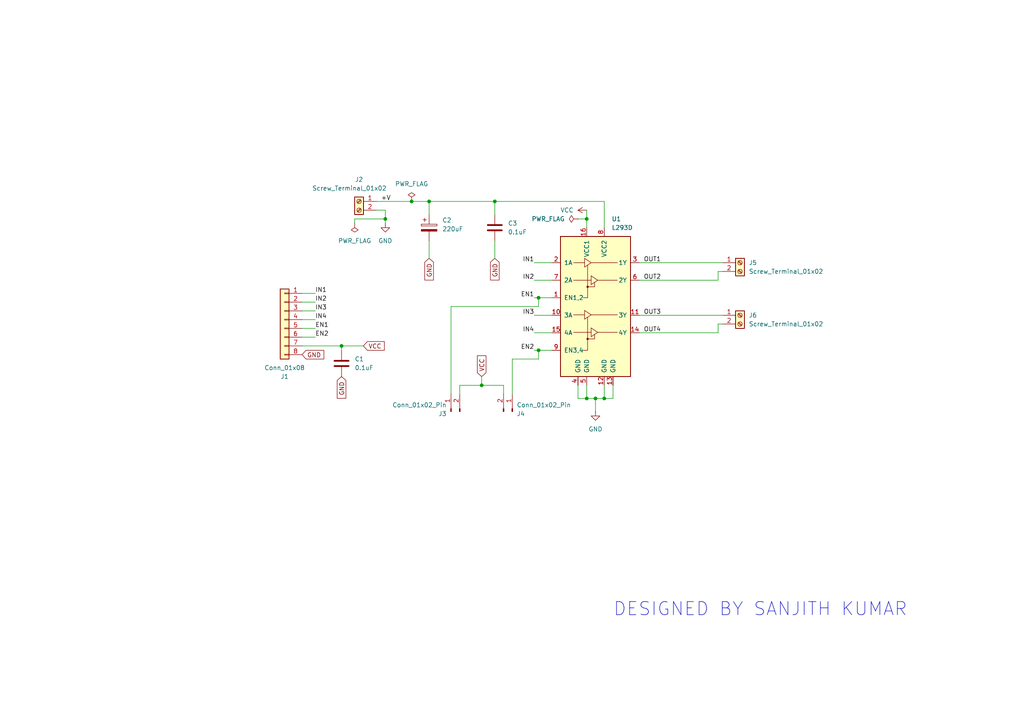
<source format=kicad_sch>
(kicad_sch
	(version 20250114)
	(generator "eeschema")
	(generator_version "9.0")
	(uuid "c596c537-74a6-4963-a82c-8c9c690a828c")
	(paper "A4")
	(title_block
		(title "L293D_MOTOR_DRIVER")
		(date "2025-10-31")
	)
	(lib_symbols
		(symbol "Connector:Conn_01x02_Pin"
			(pin_names
				(offset 1.016)
				(hide yes)
			)
			(exclude_from_sim no)
			(in_bom yes)
			(on_board yes)
			(property "Reference" "J"
				(at 0 2.54 0)
				(effects
					(font
						(size 1.27 1.27)
					)
				)
			)
			(property "Value" "Conn_01x02_Pin"
				(at 0 -5.08 0)
				(effects
					(font
						(size 1.27 1.27)
					)
				)
			)
			(property "Footprint" ""
				(at 0 0 0)
				(effects
					(font
						(size 1.27 1.27)
					)
					(hide yes)
				)
			)
			(property "Datasheet" "~"
				(at 0 0 0)
				(effects
					(font
						(size 1.27 1.27)
					)
					(hide yes)
				)
			)
			(property "Description" "Generic connector, single row, 01x02, script generated"
				(at 0 0 0)
				(effects
					(font
						(size 1.27 1.27)
					)
					(hide yes)
				)
			)
			(property "ki_locked" ""
				(at 0 0 0)
				(effects
					(font
						(size 1.27 1.27)
					)
				)
			)
			(property "ki_keywords" "connector"
				(at 0 0 0)
				(effects
					(font
						(size 1.27 1.27)
					)
					(hide yes)
				)
			)
			(property "ki_fp_filters" "Connector*:*_1x??_*"
				(at 0 0 0)
				(effects
					(font
						(size 1.27 1.27)
					)
					(hide yes)
				)
			)
			(symbol "Conn_01x02_Pin_1_1"
				(rectangle
					(start 0.8636 0.127)
					(end 0 -0.127)
					(stroke
						(width 0.1524)
						(type default)
					)
					(fill
						(type outline)
					)
				)
				(rectangle
					(start 0.8636 -2.413)
					(end 0 -2.667)
					(stroke
						(width 0.1524)
						(type default)
					)
					(fill
						(type outline)
					)
				)
				(polyline
					(pts
						(xy 1.27 0) (xy 0.8636 0)
					)
					(stroke
						(width 0.1524)
						(type default)
					)
					(fill
						(type none)
					)
				)
				(polyline
					(pts
						(xy 1.27 -2.54) (xy 0.8636 -2.54)
					)
					(stroke
						(width 0.1524)
						(type default)
					)
					(fill
						(type none)
					)
				)
				(pin passive line
					(at 5.08 0 180)
					(length 3.81)
					(name "Pin_1"
						(effects
							(font
								(size 1.27 1.27)
							)
						)
					)
					(number "1"
						(effects
							(font
								(size 1.27 1.27)
							)
						)
					)
				)
				(pin passive line
					(at 5.08 -2.54 180)
					(length 3.81)
					(name "Pin_2"
						(effects
							(font
								(size 1.27 1.27)
							)
						)
					)
					(number "2"
						(effects
							(font
								(size 1.27 1.27)
							)
						)
					)
				)
			)
			(embedded_fonts no)
		)
		(symbol "Connector:Screw_Terminal_01x02"
			(pin_names
				(offset 1.016)
				(hide yes)
			)
			(exclude_from_sim no)
			(in_bom yes)
			(on_board yes)
			(property "Reference" "J"
				(at 0 2.54 0)
				(effects
					(font
						(size 1.27 1.27)
					)
				)
			)
			(property "Value" "Screw_Terminal_01x02"
				(at 0 -5.08 0)
				(effects
					(font
						(size 1.27 1.27)
					)
				)
			)
			(property "Footprint" ""
				(at 0 0 0)
				(effects
					(font
						(size 1.27 1.27)
					)
					(hide yes)
				)
			)
			(property "Datasheet" "~"
				(at 0 0 0)
				(effects
					(font
						(size 1.27 1.27)
					)
					(hide yes)
				)
			)
			(property "Description" "Generic screw terminal, single row, 01x02, script generated (kicad-library-utils/schlib/autogen/connector/)"
				(at 0 0 0)
				(effects
					(font
						(size 1.27 1.27)
					)
					(hide yes)
				)
			)
			(property "ki_keywords" "screw terminal"
				(at 0 0 0)
				(effects
					(font
						(size 1.27 1.27)
					)
					(hide yes)
				)
			)
			(property "ki_fp_filters" "TerminalBlock*:*"
				(at 0 0 0)
				(effects
					(font
						(size 1.27 1.27)
					)
					(hide yes)
				)
			)
			(symbol "Screw_Terminal_01x02_1_1"
				(rectangle
					(start -1.27 1.27)
					(end 1.27 -3.81)
					(stroke
						(width 0.254)
						(type default)
					)
					(fill
						(type background)
					)
				)
				(polyline
					(pts
						(xy -0.5334 0.3302) (xy 0.3302 -0.508)
					)
					(stroke
						(width 0.1524)
						(type default)
					)
					(fill
						(type none)
					)
				)
				(polyline
					(pts
						(xy -0.5334 -2.2098) (xy 0.3302 -3.048)
					)
					(stroke
						(width 0.1524)
						(type default)
					)
					(fill
						(type none)
					)
				)
				(polyline
					(pts
						(xy -0.3556 0.508) (xy 0.508 -0.3302)
					)
					(stroke
						(width 0.1524)
						(type default)
					)
					(fill
						(type none)
					)
				)
				(polyline
					(pts
						(xy -0.3556 -2.032) (xy 0.508 -2.8702)
					)
					(stroke
						(width 0.1524)
						(type default)
					)
					(fill
						(type none)
					)
				)
				(circle
					(center 0 0)
					(radius 0.635)
					(stroke
						(width 0.1524)
						(type default)
					)
					(fill
						(type none)
					)
				)
				(circle
					(center 0 -2.54)
					(radius 0.635)
					(stroke
						(width 0.1524)
						(type default)
					)
					(fill
						(type none)
					)
				)
				(pin passive line
					(at -5.08 0 0)
					(length 3.81)
					(name "Pin_1"
						(effects
							(font
								(size 1.27 1.27)
							)
						)
					)
					(number "1"
						(effects
							(font
								(size 1.27 1.27)
							)
						)
					)
				)
				(pin passive line
					(at -5.08 -2.54 0)
					(length 3.81)
					(name "Pin_2"
						(effects
							(font
								(size 1.27 1.27)
							)
						)
					)
					(number "2"
						(effects
							(font
								(size 1.27 1.27)
							)
						)
					)
				)
			)
			(embedded_fonts no)
		)
		(symbol "Connector_Generic:Conn_01x08"
			(pin_names
				(offset 1.016)
				(hide yes)
			)
			(exclude_from_sim no)
			(in_bom yes)
			(on_board yes)
			(property "Reference" "J"
				(at 0 10.16 0)
				(effects
					(font
						(size 1.27 1.27)
					)
				)
			)
			(property "Value" "Conn_01x08"
				(at 0 -12.7 0)
				(effects
					(font
						(size 1.27 1.27)
					)
				)
			)
			(property "Footprint" ""
				(at 0 0 0)
				(effects
					(font
						(size 1.27 1.27)
					)
					(hide yes)
				)
			)
			(property "Datasheet" "~"
				(at 0 0 0)
				(effects
					(font
						(size 1.27 1.27)
					)
					(hide yes)
				)
			)
			(property "Description" "Generic connector, single row, 01x08, script generated (kicad-library-utils/schlib/autogen/connector/)"
				(at 0 0 0)
				(effects
					(font
						(size 1.27 1.27)
					)
					(hide yes)
				)
			)
			(property "ki_keywords" "connector"
				(at 0 0 0)
				(effects
					(font
						(size 1.27 1.27)
					)
					(hide yes)
				)
			)
			(property "ki_fp_filters" "Connector*:*_1x??_*"
				(at 0 0 0)
				(effects
					(font
						(size 1.27 1.27)
					)
					(hide yes)
				)
			)
			(symbol "Conn_01x08_1_1"
				(rectangle
					(start -1.27 8.89)
					(end 1.27 -11.43)
					(stroke
						(width 0.254)
						(type default)
					)
					(fill
						(type background)
					)
				)
				(rectangle
					(start -1.27 7.747)
					(end 0 7.493)
					(stroke
						(width 0.1524)
						(type default)
					)
					(fill
						(type none)
					)
				)
				(rectangle
					(start -1.27 5.207)
					(end 0 4.953)
					(stroke
						(width 0.1524)
						(type default)
					)
					(fill
						(type none)
					)
				)
				(rectangle
					(start -1.27 2.667)
					(end 0 2.413)
					(stroke
						(width 0.1524)
						(type default)
					)
					(fill
						(type none)
					)
				)
				(rectangle
					(start -1.27 0.127)
					(end 0 -0.127)
					(stroke
						(width 0.1524)
						(type default)
					)
					(fill
						(type none)
					)
				)
				(rectangle
					(start -1.27 -2.413)
					(end 0 -2.667)
					(stroke
						(width 0.1524)
						(type default)
					)
					(fill
						(type none)
					)
				)
				(rectangle
					(start -1.27 -4.953)
					(end 0 -5.207)
					(stroke
						(width 0.1524)
						(type default)
					)
					(fill
						(type none)
					)
				)
				(rectangle
					(start -1.27 -7.493)
					(end 0 -7.747)
					(stroke
						(width 0.1524)
						(type default)
					)
					(fill
						(type none)
					)
				)
				(rectangle
					(start -1.27 -10.033)
					(end 0 -10.287)
					(stroke
						(width 0.1524)
						(type default)
					)
					(fill
						(type none)
					)
				)
				(pin passive line
					(at -5.08 7.62 0)
					(length 3.81)
					(name "Pin_1"
						(effects
							(font
								(size 1.27 1.27)
							)
						)
					)
					(number "1"
						(effects
							(font
								(size 1.27 1.27)
							)
						)
					)
				)
				(pin passive line
					(at -5.08 5.08 0)
					(length 3.81)
					(name "Pin_2"
						(effects
							(font
								(size 1.27 1.27)
							)
						)
					)
					(number "2"
						(effects
							(font
								(size 1.27 1.27)
							)
						)
					)
				)
				(pin passive line
					(at -5.08 2.54 0)
					(length 3.81)
					(name "Pin_3"
						(effects
							(font
								(size 1.27 1.27)
							)
						)
					)
					(number "3"
						(effects
							(font
								(size 1.27 1.27)
							)
						)
					)
				)
				(pin passive line
					(at -5.08 0 0)
					(length 3.81)
					(name "Pin_4"
						(effects
							(font
								(size 1.27 1.27)
							)
						)
					)
					(number "4"
						(effects
							(font
								(size 1.27 1.27)
							)
						)
					)
				)
				(pin passive line
					(at -5.08 -2.54 0)
					(length 3.81)
					(name "Pin_5"
						(effects
							(font
								(size 1.27 1.27)
							)
						)
					)
					(number "5"
						(effects
							(font
								(size 1.27 1.27)
							)
						)
					)
				)
				(pin passive line
					(at -5.08 -5.08 0)
					(length 3.81)
					(name "Pin_6"
						(effects
							(font
								(size 1.27 1.27)
							)
						)
					)
					(number "6"
						(effects
							(font
								(size 1.27 1.27)
							)
						)
					)
				)
				(pin passive line
					(at -5.08 -7.62 0)
					(length 3.81)
					(name "Pin_7"
						(effects
							(font
								(size 1.27 1.27)
							)
						)
					)
					(number "7"
						(effects
							(font
								(size 1.27 1.27)
							)
						)
					)
				)
				(pin passive line
					(at -5.08 -10.16 0)
					(length 3.81)
					(name "Pin_8"
						(effects
							(font
								(size 1.27 1.27)
							)
						)
					)
					(number "8"
						(effects
							(font
								(size 1.27 1.27)
							)
						)
					)
				)
			)
			(embedded_fonts no)
		)
		(symbol "Device:C"
			(pin_numbers
				(hide yes)
			)
			(pin_names
				(offset 0.254)
			)
			(exclude_from_sim no)
			(in_bom yes)
			(on_board yes)
			(property "Reference" "C"
				(at 0.635 2.54 0)
				(effects
					(font
						(size 1.27 1.27)
					)
					(justify left)
				)
			)
			(property "Value" "C"
				(at 0.635 -2.54 0)
				(effects
					(font
						(size 1.27 1.27)
					)
					(justify left)
				)
			)
			(property "Footprint" ""
				(at 0.9652 -3.81 0)
				(effects
					(font
						(size 1.27 1.27)
					)
					(hide yes)
				)
			)
			(property "Datasheet" "~"
				(at 0 0 0)
				(effects
					(font
						(size 1.27 1.27)
					)
					(hide yes)
				)
			)
			(property "Description" "Unpolarized capacitor"
				(at 0 0 0)
				(effects
					(font
						(size 1.27 1.27)
					)
					(hide yes)
				)
			)
			(property "ki_keywords" "cap capacitor"
				(at 0 0 0)
				(effects
					(font
						(size 1.27 1.27)
					)
					(hide yes)
				)
			)
			(property "ki_fp_filters" "C_*"
				(at 0 0 0)
				(effects
					(font
						(size 1.27 1.27)
					)
					(hide yes)
				)
			)
			(symbol "C_0_1"
				(polyline
					(pts
						(xy -2.032 0.762) (xy 2.032 0.762)
					)
					(stroke
						(width 0.508)
						(type default)
					)
					(fill
						(type none)
					)
				)
				(polyline
					(pts
						(xy -2.032 -0.762) (xy 2.032 -0.762)
					)
					(stroke
						(width 0.508)
						(type default)
					)
					(fill
						(type none)
					)
				)
			)
			(symbol "C_1_1"
				(pin passive line
					(at 0 3.81 270)
					(length 2.794)
					(name "~"
						(effects
							(font
								(size 1.27 1.27)
							)
						)
					)
					(number "1"
						(effects
							(font
								(size 1.27 1.27)
							)
						)
					)
				)
				(pin passive line
					(at 0 -3.81 90)
					(length 2.794)
					(name "~"
						(effects
							(font
								(size 1.27 1.27)
							)
						)
					)
					(number "2"
						(effects
							(font
								(size 1.27 1.27)
							)
						)
					)
				)
			)
			(embedded_fonts no)
		)
		(symbol "Device:C_Polarized"
			(pin_numbers
				(hide yes)
			)
			(pin_names
				(offset 0.254)
			)
			(exclude_from_sim no)
			(in_bom yes)
			(on_board yes)
			(property "Reference" "C"
				(at 0.635 2.54 0)
				(effects
					(font
						(size 1.27 1.27)
					)
					(justify left)
				)
			)
			(property "Value" "C_Polarized"
				(at 0.635 -2.54 0)
				(effects
					(font
						(size 1.27 1.27)
					)
					(justify left)
				)
			)
			(property "Footprint" ""
				(at 0.9652 -3.81 0)
				(effects
					(font
						(size 1.27 1.27)
					)
					(hide yes)
				)
			)
			(property "Datasheet" "~"
				(at 0 0 0)
				(effects
					(font
						(size 1.27 1.27)
					)
					(hide yes)
				)
			)
			(property "Description" "Polarized capacitor"
				(at 0 0 0)
				(effects
					(font
						(size 1.27 1.27)
					)
					(hide yes)
				)
			)
			(property "ki_keywords" "cap capacitor"
				(at 0 0 0)
				(effects
					(font
						(size 1.27 1.27)
					)
					(hide yes)
				)
			)
			(property "ki_fp_filters" "CP_*"
				(at 0 0 0)
				(effects
					(font
						(size 1.27 1.27)
					)
					(hide yes)
				)
			)
			(symbol "C_Polarized_0_1"
				(rectangle
					(start -2.286 0.508)
					(end 2.286 1.016)
					(stroke
						(width 0)
						(type default)
					)
					(fill
						(type none)
					)
				)
				(polyline
					(pts
						(xy -1.778 2.286) (xy -0.762 2.286)
					)
					(stroke
						(width 0)
						(type default)
					)
					(fill
						(type none)
					)
				)
				(polyline
					(pts
						(xy -1.27 2.794) (xy -1.27 1.778)
					)
					(stroke
						(width 0)
						(type default)
					)
					(fill
						(type none)
					)
				)
				(rectangle
					(start 2.286 -0.508)
					(end -2.286 -1.016)
					(stroke
						(width 0)
						(type default)
					)
					(fill
						(type outline)
					)
				)
			)
			(symbol "C_Polarized_1_1"
				(pin passive line
					(at 0 3.81 270)
					(length 2.794)
					(name "~"
						(effects
							(font
								(size 1.27 1.27)
							)
						)
					)
					(number "1"
						(effects
							(font
								(size 1.27 1.27)
							)
						)
					)
				)
				(pin passive line
					(at 0 -3.81 90)
					(length 2.794)
					(name "~"
						(effects
							(font
								(size 1.27 1.27)
							)
						)
					)
					(number "2"
						(effects
							(font
								(size 1.27 1.27)
							)
						)
					)
				)
			)
			(embedded_fonts no)
		)
		(symbol "Driver_Motor:L293D"
			(pin_names
				(offset 1.016)
			)
			(exclude_from_sim no)
			(in_bom yes)
			(on_board yes)
			(property "Reference" "U"
				(at -5.08 26.035 0)
				(effects
					(font
						(size 1.27 1.27)
					)
					(justify right)
				)
			)
			(property "Value" "L293D"
				(at -5.08 24.13 0)
				(effects
					(font
						(size 1.27 1.27)
					)
					(justify right)
				)
			)
			(property "Footprint" "Package_DIP:DIP-16_W7.62mm"
				(at 6.35 -19.05 0)
				(effects
					(font
						(size 1.27 1.27)
					)
					(justify left)
					(hide yes)
				)
			)
			(property "Datasheet" "http://www.ti.com/lit/ds/symlink/l293.pdf"
				(at -7.62 17.78 0)
				(effects
					(font
						(size 1.27 1.27)
					)
					(hide yes)
				)
			)
			(property "Description" "Quadruple Half-H Drivers"
				(at 0 0 0)
				(effects
					(font
						(size 1.27 1.27)
					)
					(hide yes)
				)
			)
			(property "ki_keywords" "Half-H Driver Motor"
				(at 0 0 0)
				(effects
					(font
						(size 1.27 1.27)
					)
					(hide yes)
				)
			)
			(property "ki_fp_filters" "DIP*W7.62mm*"
				(at 0 0 0)
				(effects
					(font
						(size 1.27 1.27)
					)
					(hide yes)
				)
			)
			(symbol "L293D_0_1"
				(rectangle
					(start -10.16 22.86)
					(end 10.16 -17.78)
					(stroke
						(width 0.254)
						(type default)
					)
					(fill
						(type background)
					)
				)
				(polyline
					(pts
						(xy -6.35 15.24) (xy -3.175 15.24)
					)
					(stroke
						(width 0)
						(type default)
					)
					(fill
						(type none)
					)
				)
				(polyline
					(pts
						(xy -6.35 10.16) (xy -1.27 10.16)
					)
					(stroke
						(width 0)
						(type default)
					)
					(fill
						(type none)
					)
				)
				(polyline
					(pts
						(xy -6.35 0.127) (xy -3.175 0.127)
					)
					(stroke
						(width 0)
						(type default)
					)
					(fill
						(type none)
					)
				)
				(polyline
					(pts
						(xy -6.35 -4.953) (xy -1.27 -4.953)
					)
					(stroke
						(width 0)
						(type default)
					)
					(fill
						(type none)
					)
				)
				(polyline
					(pts
						(xy -3.175 16.51) (xy -3.175 13.97) (xy -1.27 15.24) (xy -3.175 16.51)
					)
					(stroke
						(width 0)
						(type default)
					)
					(fill
						(type none)
					)
				)
				(polyline
					(pts
						(xy -3.175 1.397) (xy -3.175 -1.143) (xy -1.27 0.127) (xy -3.175 1.397)
					)
					(stroke
						(width 0)
						(type default)
					)
					(fill
						(type none)
					)
				)
				(polyline
					(pts
						(xy -2.286 14.478) (xy -2.286 5.08) (xy -3.556 5.08)
					)
					(stroke
						(width 0)
						(type default)
					)
					(fill
						(type none)
					)
				)
				(circle
					(center -2.286 8.255)
					(radius 0.254)
					(stroke
						(width 0)
						(type default)
					)
					(fill
						(type outline)
					)
				)
				(polyline
					(pts
						(xy -2.286 8.255) (xy -0.254 8.255) (xy -0.254 9.525)
					)
					(stroke
						(width 0)
						(type default)
					)
					(fill
						(type none)
					)
				)
				(polyline
					(pts
						(xy -2.286 -0.635) (xy -2.286 -10.16) (xy -3.556 -10.16)
					)
					(stroke
						(width 0)
						(type default)
					)
					(fill
						(type none)
					)
				)
				(circle
					(center -2.286 -6.858)
					(radius 0.254)
					(stroke
						(width 0)
						(type default)
					)
					(fill
						(type outline)
					)
				)
				(polyline
					(pts
						(xy -2.286 -6.858) (xy -0.254 -6.858) (xy -0.254 -5.588)
					)
					(stroke
						(width 0)
						(type default)
					)
					(fill
						(type none)
					)
				)
				(polyline
					(pts
						(xy -1.27 15.24) (xy 6.35 15.24)
					)
					(stroke
						(width 0)
						(type default)
					)
					(fill
						(type none)
					)
				)
				(polyline
					(pts
						(xy -1.27 11.43) (xy -1.27 8.89) (xy 0.635 10.16) (xy -1.27 11.43)
					)
					(stroke
						(width 0)
						(type default)
					)
					(fill
						(type none)
					)
				)
				(polyline
					(pts
						(xy -1.27 0.127) (xy 6.35 0.127)
					)
					(stroke
						(width 0)
						(type default)
					)
					(fill
						(type none)
					)
				)
				(polyline
					(pts
						(xy -1.27 -3.683) (xy -1.27 -6.223) (xy 0.635 -4.953) (xy -1.27 -3.683)
					)
					(stroke
						(width 0)
						(type default)
					)
					(fill
						(type none)
					)
				)
				(polyline
					(pts
						(xy 0.635 10.16) (xy 6.35 10.16)
					)
					(stroke
						(width 0)
						(type default)
					)
					(fill
						(type none)
					)
				)
				(polyline
					(pts
						(xy 0.635 -4.953) (xy 6.35 -4.953)
					)
					(stroke
						(width 0)
						(type default)
					)
					(fill
						(type none)
					)
				)
			)
			(symbol "L293D_1_1"
				(pin input line
					(at -12.7 15.24 0)
					(length 2.54)
					(name "1A"
						(effects
							(font
								(size 1.27 1.27)
							)
						)
					)
					(number "2"
						(effects
							(font
								(size 1.27 1.27)
							)
						)
					)
				)
				(pin input line
					(at -12.7 10.16 0)
					(length 2.54)
					(name "2A"
						(effects
							(font
								(size 1.27 1.27)
							)
						)
					)
					(number "7"
						(effects
							(font
								(size 1.27 1.27)
							)
						)
					)
				)
				(pin input line
					(at -12.7 5.08 0)
					(length 2.54)
					(name "EN1,2"
						(effects
							(font
								(size 1.27 1.27)
							)
						)
					)
					(number "1"
						(effects
							(font
								(size 1.27 1.27)
							)
						)
					)
				)
				(pin input line
					(at -12.7 0 0)
					(length 2.54)
					(name "3A"
						(effects
							(font
								(size 1.27 1.27)
							)
						)
					)
					(number "10"
						(effects
							(font
								(size 1.27 1.27)
							)
						)
					)
				)
				(pin input line
					(at -12.7 -5.08 0)
					(length 2.54)
					(name "4A"
						(effects
							(font
								(size 1.27 1.27)
							)
						)
					)
					(number "15"
						(effects
							(font
								(size 1.27 1.27)
							)
						)
					)
				)
				(pin input line
					(at -12.7 -10.16 0)
					(length 2.54)
					(name "EN3,4"
						(effects
							(font
								(size 1.27 1.27)
							)
						)
					)
					(number "9"
						(effects
							(font
								(size 1.27 1.27)
							)
						)
					)
				)
				(pin power_in line
					(at -5.08 -20.32 90)
					(length 2.54)
					(name "GND"
						(effects
							(font
								(size 1.27 1.27)
							)
						)
					)
					(number "4"
						(effects
							(font
								(size 1.27 1.27)
							)
						)
					)
				)
				(pin power_in line
					(at -2.54 25.4 270)
					(length 2.54)
					(name "VCC1"
						(effects
							(font
								(size 1.27 1.27)
							)
						)
					)
					(number "16"
						(effects
							(font
								(size 1.27 1.27)
							)
						)
					)
				)
				(pin power_in line
					(at -2.54 -20.32 90)
					(length 2.54)
					(name "GND"
						(effects
							(font
								(size 1.27 1.27)
							)
						)
					)
					(number "5"
						(effects
							(font
								(size 1.27 1.27)
							)
						)
					)
				)
				(pin power_in line
					(at 2.54 25.4 270)
					(length 2.54)
					(name "VCC2"
						(effects
							(font
								(size 1.27 1.27)
							)
						)
					)
					(number "8"
						(effects
							(font
								(size 1.27 1.27)
							)
						)
					)
				)
				(pin power_in line
					(at 2.54 -20.32 90)
					(length 2.54)
					(name "GND"
						(effects
							(font
								(size 1.27 1.27)
							)
						)
					)
					(number "12"
						(effects
							(font
								(size 1.27 1.27)
							)
						)
					)
				)
				(pin power_in line
					(at 5.08 -20.32 90)
					(length 2.54)
					(name "GND"
						(effects
							(font
								(size 1.27 1.27)
							)
						)
					)
					(number "13"
						(effects
							(font
								(size 1.27 1.27)
							)
						)
					)
				)
				(pin output line
					(at 12.7 15.24 180)
					(length 2.54)
					(name "1Y"
						(effects
							(font
								(size 1.27 1.27)
							)
						)
					)
					(number "3"
						(effects
							(font
								(size 1.27 1.27)
							)
						)
					)
				)
				(pin output line
					(at 12.7 10.16 180)
					(length 2.54)
					(name "2Y"
						(effects
							(font
								(size 1.27 1.27)
							)
						)
					)
					(number "6"
						(effects
							(font
								(size 1.27 1.27)
							)
						)
					)
				)
				(pin output line
					(at 12.7 0 180)
					(length 2.54)
					(name "3Y"
						(effects
							(font
								(size 1.27 1.27)
							)
						)
					)
					(number "11"
						(effects
							(font
								(size 1.27 1.27)
							)
						)
					)
				)
				(pin output line
					(at 12.7 -5.08 180)
					(length 2.54)
					(name "4Y"
						(effects
							(font
								(size 1.27 1.27)
							)
						)
					)
					(number "14"
						(effects
							(font
								(size 1.27 1.27)
							)
						)
					)
				)
			)
			(embedded_fonts no)
		)
		(symbol "power:GND"
			(power)
			(pin_numbers
				(hide yes)
			)
			(pin_names
				(offset 0)
				(hide yes)
			)
			(exclude_from_sim no)
			(in_bom yes)
			(on_board yes)
			(property "Reference" "#PWR"
				(at 0 -6.35 0)
				(effects
					(font
						(size 1.27 1.27)
					)
					(hide yes)
				)
			)
			(property "Value" "GND"
				(at 0 -3.81 0)
				(effects
					(font
						(size 1.27 1.27)
					)
				)
			)
			(property "Footprint" ""
				(at 0 0 0)
				(effects
					(font
						(size 1.27 1.27)
					)
					(hide yes)
				)
			)
			(property "Datasheet" ""
				(at 0 0 0)
				(effects
					(font
						(size 1.27 1.27)
					)
					(hide yes)
				)
			)
			(property "Description" "Power symbol creates a global label with name \"GND\" , ground"
				(at 0 0 0)
				(effects
					(font
						(size 1.27 1.27)
					)
					(hide yes)
				)
			)
			(property "ki_keywords" "global power"
				(at 0 0 0)
				(effects
					(font
						(size 1.27 1.27)
					)
					(hide yes)
				)
			)
			(symbol "GND_0_1"
				(polyline
					(pts
						(xy 0 0) (xy 0 -1.27) (xy 1.27 -1.27) (xy 0 -2.54) (xy -1.27 -1.27) (xy 0 -1.27)
					)
					(stroke
						(width 0)
						(type default)
					)
					(fill
						(type none)
					)
				)
			)
			(symbol "GND_1_1"
				(pin power_in line
					(at 0 0 270)
					(length 0)
					(name "~"
						(effects
							(font
								(size 1.27 1.27)
							)
						)
					)
					(number "1"
						(effects
							(font
								(size 1.27 1.27)
							)
						)
					)
				)
			)
			(embedded_fonts no)
		)
		(symbol "power:PWR_FLAG"
			(power)
			(pin_numbers
				(hide yes)
			)
			(pin_names
				(offset 0)
				(hide yes)
			)
			(exclude_from_sim no)
			(in_bom yes)
			(on_board yes)
			(property "Reference" "#FLG"
				(at 0 1.905 0)
				(effects
					(font
						(size 1.27 1.27)
					)
					(hide yes)
				)
			)
			(property "Value" "PWR_FLAG"
				(at 0 3.81 0)
				(effects
					(font
						(size 1.27 1.27)
					)
				)
			)
			(property "Footprint" ""
				(at 0 0 0)
				(effects
					(font
						(size 1.27 1.27)
					)
					(hide yes)
				)
			)
			(property "Datasheet" "~"
				(at 0 0 0)
				(effects
					(font
						(size 1.27 1.27)
					)
					(hide yes)
				)
			)
			(property "Description" "Special symbol for telling ERC where power comes from"
				(at 0 0 0)
				(effects
					(font
						(size 1.27 1.27)
					)
					(hide yes)
				)
			)
			(property "ki_keywords" "flag power"
				(at 0 0 0)
				(effects
					(font
						(size 1.27 1.27)
					)
					(hide yes)
				)
			)
			(symbol "PWR_FLAG_0_0"
				(pin power_out line
					(at 0 0 90)
					(length 0)
					(name "~"
						(effects
							(font
								(size 1.27 1.27)
							)
						)
					)
					(number "1"
						(effects
							(font
								(size 1.27 1.27)
							)
						)
					)
				)
			)
			(symbol "PWR_FLAG_0_1"
				(polyline
					(pts
						(xy 0 0) (xy 0 1.27) (xy -1.016 1.905) (xy 0 2.54) (xy 1.016 1.905) (xy 0 1.27)
					)
					(stroke
						(width 0)
						(type default)
					)
					(fill
						(type none)
					)
				)
			)
			(embedded_fonts no)
		)
		(symbol "power:VCC"
			(power)
			(pin_numbers
				(hide yes)
			)
			(pin_names
				(offset 0)
				(hide yes)
			)
			(exclude_from_sim no)
			(in_bom yes)
			(on_board yes)
			(property "Reference" "#PWR"
				(at 0 -3.81 0)
				(effects
					(font
						(size 1.27 1.27)
					)
					(hide yes)
				)
			)
			(property "Value" "VCC"
				(at 0 3.556 0)
				(effects
					(font
						(size 1.27 1.27)
					)
				)
			)
			(property "Footprint" ""
				(at 0 0 0)
				(effects
					(font
						(size 1.27 1.27)
					)
					(hide yes)
				)
			)
			(property "Datasheet" ""
				(at 0 0 0)
				(effects
					(font
						(size 1.27 1.27)
					)
					(hide yes)
				)
			)
			(property "Description" "Power symbol creates a global label with name \"VCC\""
				(at 0 0 0)
				(effects
					(font
						(size 1.27 1.27)
					)
					(hide yes)
				)
			)
			(property "ki_keywords" "global power"
				(at 0 0 0)
				(effects
					(font
						(size 1.27 1.27)
					)
					(hide yes)
				)
			)
			(symbol "VCC_0_1"
				(polyline
					(pts
						(xy -0.762 1.27) (xy 0 2.54)
					)
					(stroke
						(width 0)
						(type default)
					)
					(fill
						(type none)
					)
				)
				(polyline
					(pts
						(xy 0 2.54) (xy 0.762 1.27)
					)
					(stroke
						(width 0)
						(type default)
					)
					(fill
						(type none)
					)
				)
				(polyline
					(pts
						(xy 0 0) (xy 0 2.54)
					)
					(stroke
						(width 0)
						(type default)
					)
					(fill
						(type none)
					)
				)
			)
			(symbol "VCC_1_1"
				(pin power_in line
					(at 0 0 90)
					(length 0)
					(name "~"
						(effects
							(font
								(size 1.27 1.27)
							)
						)
					)
					(number "1"
						(effects
							(font
								(size 1.27 1.27)
							)
						)
					)
				)
			)
			(embedded_fonts no)
		)
	)
	(text "DESIGNED BY SANJITH KUMAR "
		(exclude_from_sim no)
		(at 221.996 176.784 0)
		(effects
			(font
				(size 3.81 3.81)
			)
		)
		(uuid "f6e1ba72-e9a0-4dde-90cd-cdfa0b594fd2")
	)
	(junction
		(at 99.06 100.33)
		(diameter 0)
		(color 0 0 0 0)
		(uuid "0da2b0b5-6e9a-445d-a253-00f2048850e7")
	)
	(junction
		(at 172.72 115.57)
		(diameter 0)
		(color 0 0 0 0)
		(uuid "0e82d9b2-79f5-4f9b-994a-1547eed779e9")
	)
	(junction
		(at 156.21 86.36)
		(diameter 0)
		(color 0 0 0 0)
		(uuid "0f3e4561-3c0d-4176-91c1-0123d5d31cc0")
	)
	(junction
		(at 124.46 58.42)
		(diameter 0)
		(color 0 0 0 0)
		(uuid "17fb0ef7-1814-45d6-8cae-fdec9f04fd50")
	)
	(junction
		(at 111.76 63.5)
		(diameter 0)
		(color 0 0 0 0)
		(uuid "31751c34-9131-48b1-a206-980a8ba44b28")
	)
	(junction
		(at 175.26 115.57)
		(diameter 0)
		(color 0 0 0 0)
		(uuid "48e1f89c-891e-4df0-9bcc-3a605364b239")
	)
	(junction
		(at 170.18 115.57)
		(diameter 0)
		(color 0 0 0 0)
		(uuid "4e083d57-0b3e-41cb-b806-a36b3c5229ae")
	)
	(junction
		(at 139.7 111.76)
		(diameter 0)
		(color 0 0 0 0)
		(uuid "8f743e35-30d6-4fbc-b0ca-9e8e4f1315e5")
	)
	(junction
		(at 156.21 101.6)
		(diameter 0)
		(color 0 0 0 0)
		(uuid "9e966ef5-0196-4cb1-bd4d-e10deb4002c7")
	)
	(junction
		(at 143.51 58.42)
		(diameter 0)
		(color 0 0 0 0)
		(uuid "a4fbda8c-0a28-4e37-9866-7e68d119bd8a")
	)
	(junction
		(at 119.38 58.42)
		(diameter 0)
		(color 0 0 0 0)
		(uuid "bfb834b8-7edb-46a7-8334-33fd3df2283b")
	)
	(junction
		(at 170.18 63.5)
		(diameter 0)
		(color 0 0 0 0)
		(uuid "ef0166c5-acd9-4b96-86c8-911ba4252897")
	)
	(wire
		(pts
			(xy 154.94 81.28) (xy 160.02 81.28)
		)
		(stroke
			(width 0)
			(type default)
		)
		(uuid "03ca9ec0-b66e-45ae-8094-72c521914a8d")
	)
	(wire
		(pts
			(xy 111.76 60.96) (xy 111.76 63.5)
		)
		(stroke
			(width 0)
			(type default)
		)
		(uuid "040f424d-13f7-4bcf-84f0-f34ccfed0af4")
	)
	(wire
		(pts
			(xy 102.87 63.5) (xy 111.76 63.5)
		)
		(stroke
			(width 0)
			(type default)
		)
		(uuid "1586f725-f771-4628-a5f2-b0fdfbb85261")
	)
	(wire
		(pts
			(xy 111.76 63.5) (xy 111.76 64.77)
		)
		(stroke
			(width 0)
			(type default)
		)
		(uuid "1831fc2d-a912-46b0-91d0-730bbd576d59")
	)
	(wire
		(pts
			(xy 148.59 114.3) (xy 148.59 104.14)
		)
		(stroke
			(width 0)
			(type default)
		)
		(uuid "18a0c3b2-0b3b-493d-afce-55f23c130ffc")
	)
	(wire
		(pts
			(xy 170.18 60.96) (xy 170.18 63.5)
		)
		(stroke
			(width 0)
			(type default)
		)
		(uuid "1c9bcb9f-5f3e-49f0-8e58-4e4f280bb4d7")
	)
	(wire
		(pts
			(xy 208.28 93.98) (xy 209.55 93.98)
		)
		(stroke
			(width 0)
			(type default)
		)
		(uuid "1e6b6785-9aa0-42f4-b956-90233fae1e16")
	)
	(wire
		(pts
			(xy 124.46 58.42) (xy 124.46 62.23)
		)
		(stroke
			(width 0)
			(type default)
		)
		(uuid "1f2d7deb-69fb-4162-9d89-36235e8b0ff1")
	)
	(wire
		(pts
			(xy 133.35 114.3) (xy 133.35 111.76)
		)
		(stroke
			(width 0)
			(type default)
		)
		(uuid "226d6a62-6cc8-4a0e-9537-7c4c79b8d863")
	)
	(wire
		(pts
			(xy 143.51 69.85) (xy 143.51 74.93)
		)
		(stroke
			(width 0)
			(type default)
		)
		(uuid "269ab6a2-2bf2-49cb-b49e-73ebd3a2cc70")
	)
	(wire
		(pts
			(xy 208.28 96.52) (xy 208.28 93.98)
		)
		(stroke
			(width 0)
			(type default)
		)
		(uuid "2b8896b9-fe6f-4899-b9d8-9ccb68154a3c")
	)
	(wire
		(pts
			(xy 154.94 86.36) (xy 156.21 86.36)
		)
		(stroke
			(width 0)
			(type default)
		)
		(uuid "38cd68b9-a2f1-4730-8ee5-6f94ec6c188c")
	)
	(wire
		(pts
			(xy 87.63 85.09) (xy 91.44 85.09)
		)
		(stroke
			(width 0)
			(type default)
		)
		(uuid "38ec9836-c4e6-4623-9ea6-d9aac548cfb2")
	)
	(wire
		(pts
			(xy 154.94 91.44) (xy 160.02 91.44)
		)
		(stroke
			(width 0)
			(type default)
		)
		(uuid "3c076f5e-52ab-4e80-a7db-0e175cf46c63")
	)
	(wire
		(pts
			(xy 87.63 97.79) (xy 91.44 97.79)
		)
		(stroke
			(width 0)
			(type default)
		)
		(uuid "48be6664-dcbd-43ca-a1dc-47dec17ac233")
	)
	(wire
		(pts
			(xy 87.63 92.71) (xy 91.44 92.71)
		)
		(stroke
			(width 0)
			(type default)
		)
		(uuid "4b6d4075-f37c-46fa-b91d-57bff3e9ed1f")
	)
	(wire
		(pts
			(xy 139.7 109.22) (xy 139.7 111.76)
		)
		(stroke
			(width 0)
			(type default)
		)
		(uuid "50ef931b-aadf-4696-9422-d61f9e57b97f")
	)
	(wire
		(pts
			(xy 170.18 111.76) (xy 170.18 115.57)
		)
		(stroke
			(width 0)
			(type default)
		)
		(uuid "57b08996-b90e-4ccd-999e-40e84f896003")
	)
	(wire
		(pts
			(xy 177.8 111.76) (xy 177.8 115.57)
		)
		(stroke
			(width 0)
			(type default)
		)
		(uuid "58b4dcd5-f8f9-4acf-8a13-61ccdd765084")
	)
	(wire
		(pts
			(xy 102.87 64.77) (xy 102.87 63.5)
		)
		(stroke
			(width 0)
			(type default)
		)
		(uuid "5eca4bcd-01ff-4c5e-bfec-360eea2809b9")
	)
	(wire
		(pts
			(xy 172.72 115.57) (xy 172.72 119.38)
		)
		(stroke
			(width 0)
			(type default)
		)
		(uuid "6106e695-04e6-4ee4-ace9-b8b16e0ef57e")
	)
	(wire
		(pts
			(xy 167.64 115.57) (xy 170.18 115.57)
		)
		(stroke
			(width 0)
			(type default)
		)
		(uuid "64d8ccf3-62f2-4561-89a1-6c8ea4597623")
	)
	(wire
		(pts
			(xy 156.21 86.36) (xy 160.02 86.36)
		)
		(stroke
			(width 0)
			(type default)
		)
		(uuid "66cce90b-3a6c-4016-a91f-846746f4f4e2")
	)
	(wire
		(pts
			(xy 170.18 115.57) (xy 172.72 115.57)
		)
		(stroke
			(width 0)
			(type default)
		)
		(uuid "6ead7a6e-9bbd-4e76-902d-13e39151c9e3")
	)
	(wire
		(pts
			(xy 175.26 115.57) (xy 177.8 115.57)
		)
		(stroke
			(width 0)
			(type default)
		)
		(uuid "6f2f98b5-6c23-471e-a437-36b053e8b258")
	)
	(wire
		(pts
			(xy 208.28 81.28) (xy 185.42 81.28)
		)
		(stroke
			(width 0)
			(type default)
		)
		(uuid "72fdf979-4986-4c18-8c9d-e6abfd19254a")
	)
	(wire
		(pts
			(xy 167.64 63.5) (xy 170.18 63.5)
		)
		(stroke
			(width 0)
			(type default)
		)
		(uuid "74dba474-4d82-4f6c-abfa-f9bb7ed30ad5")
	)
	(wire
		(pts
			(xy 99.06 100.33) (xy 99.06 101.6)
		)
		(stroke
			(width 0)
			(type default)
		)
		(uuid "75da888e-1309-4959-bbb8-9e4932786492")
	)
	(wire
		(pts
			(xy 175.26 111.76) (xy 175.26 115.57)
		)
		(stroke
			(width 0)
			(type default)
		)
		(uuid "77fb8ba7-7c7b-4376-835b-b7b5f3ebc2d4")
	)
	(wire
		(pts
			(xy 185.42 96.52) (xy 208.28 96.52)
		)
		(stroke
			(width 0)
			(type default)
		)
		(uuid "7ce10404-fb21-4e78-8bee-a41636ce1868")
	)
	(wire
		(pts
			(xy 175.26 58.42) (xy 175.26 66.04)
		)
		(stroke
			(width 0)
			(type default)
		)
		(uuid "7e68671d-5fb1-4760-9c4f-9697a31eed92")
	)
	(wire
		(pts
			(xy 185.42 76.2) (xy 209.55 76.2)
		)
		(stroke
			(width 0)
			(type default)
		)
		(uuid "7fa8fd59-184e-4d05-a555-3fcaf98a787f")
	)
	(wire
		(pts
			(xy 167.64 111.76) (xy 167.64 115.57)
		)
		(stroke
			(width 0)
			(type default)
		)
		(uuid "7fe8b14d-fa4b-48dd-9476-962f1a4a2b38")
	)
	(wire
		(pts
			(xy 133.35 111.76) (xy 139.7 111.76)
		)
		(stroke
			(width 0)
			(type default)
		)
		(uuid "842d8cd0-063a-4dd7-b799-bec692f55078")
	)
	(wire
		(pts
			(xy 209.55 78.74) (xy 208.28 78.74)
		)
		(stroke
			(width 0)
			(type default)
		)
		(uuid "8664f41b-4f26-4429-9613-8f75168e0de9")
	)
	(wire
		(pts
			(xy 87.63 90.17) (xy 91.44 90.17)
		)
		(stroke
			(width 0)
			(type default)
		)
		(uuid "87ce59b2-6eb3-4da6-b0c2-c20239e216d2")
	)
	(wire
		(pts
			(xy 87.63 87.63) (xy 91.44 87.63)
		)
		(stroke
			(width 0)
			(type default)
		)
		(uuid "8e03667b-7e4f-41e5-b8f0-60802dc4340e")
	)
	(wire
		(pts
			(xy 170.18 63.5) (xy 170.18 66.04)
		)
		(stroke
			(width 0)
			(type default)
		)
		(uuid "8f92033d-d9e2-4f6d-b582-d91f1ae3662a")
	)
	(wire
		(pts
			(xy 124.46 69.85) (xy 124.46 74.93)
		)
		(stroke
			(width 0)
			(type default)
		)
		(uuid "8fb69dc4-a19d-41a2-9c79-e2ff5ae67a60")
	)
	(wire
		(pts
			(xy 154.94 101.6) (xy 156.21 101.6)
		)
		(stroke
			(width 0)
			(type default)
		)
		(uuid "93b56f0d-b47e-486d-8229-a68519e7a968")
	)
	(wire
		(pts
			(xy 143.51 58.42) (xy 175.26 58.42)
		)
		(stroke
			(width 0)
			(type default)
		)
		(uuid "a0857730-923f-409f-b3f4-93ecfae94e14")
	)
	(wire
		(pts
			(xy 156.21 88.9) (xy 156.21 86.36)
		)
		(stroke
			(width 0)
			(type default)
		)
		(uuid "a5e11918-33b3-4328-b88c-6a7e6cebe520")
	)
	(wire
		(pts
			(xy 154.94 96.52) (xy 160.02 96.52)
		)
		(stroke
			(width 0)
			(type default)
		)
		(uuid "ac5e4f95-78a6-45f3-9230-adc5198d00e7")
	)
	(wire
		(pts
			(xy 185.42 91.44) (xy 209.55 91.44)
		)
		(stroke
			(width 0)
			(type default)
		)
		(uuid "af9e6a3b-c700-4b3f-91fc-7deb04f55701")
	)
	(wire
		(pts
			(xy 130.81 88.9) (xy 156.21 88.9)
		)
		(stroke
			(width 0)
			(type default)
		)
		(uuid "b3486681-23b4-4a72-a58e-6fd1dcbf7089")
	)
	(wire
		(pts
			(xy 146.05 114.3) (xy 146.05 111.76)
		)
		(stroke
			(width 0)
			(type default)
		)
		(uuid "b90f1716-209d-4311-9439-465ce875617f")
	)
	(wire
		(pts
			(xy 130.81 114.3) (xy 130.81 88.9)
		)
		(stroke
			(width 0)
			(type default)
		)
		(uuid "bada8e86-751f-4af7-b29e-dede5758775e")
	)
	(wire
		(pts
			(xy 156.21 104.14) (xy 156.21 101.6)
		)
		(stroke
			(width 0)
			(type default)
		)
		(uuid "be544758-14ee-4994-8637-8ad49b2257f3")
	)
	(wire
		(pts
			(xy 87.63 95.25) (xy 91.44 95.25)
		)
		(stroke
			(width 0)
			(type default)
		)
		(uuid "c161bd3e-7db5-473b-ba00-2f1336778c7e")
	)
	(wire
		(pts
			(xy 87.63 100.33) (xy 99.06 100.33)
		)
		(stroke
			(width 0)
			(type default)
		)
		(uuid "c642aa3f-9c9e-45bd-aec6-0bd4f25f60ca")
	)
	(wire
		(pts
			(xy 124.46 58.42) (xy 143.51 58.42)
		)
		(stroke
			(width 0)
			(type default)
		)
		(uuid "c833e382-921a-460b-a262-fca87337dd7f")
	)
	(wire
		(pts
			(xy 109.22 60.96) (xy 111.76 60.96)
		)
		(stroke
			(width 0)
			(type default)
		)
		(uuid "c96c48f7-5079-48d5-8011-aa92a6067503")
	)
	(wire
		(pts
			(xy 208.28 78.74) (xy 208.28 81.28)
		)
		(stroke
			(width 0)
			(type default)
		)
		(uuid "d2250c9f-ca39-4f5f-afba-b10a6dc2a257")
	)
	(wire
		(pts
			(xy 156.21 101.6) (xy 160.02 101.6)
		)
		(stroke
			(width 0)
			(type default)
		)
		(uuid "d59fba6f-04f8-4bfc-8477-06458b2d51f6")
	)
	(wire
		(pts
			(xy 172.72 115.57) (xy 175.26 115.57)
		)
		(stroke
			(width 0)
			(type default)
		)
		(uuid "d96e76fa-65e1-4364-8e92-b9f60681b7cb")
	)
	(wire
		(pts
			(xy 99.06 100.33) (xy 105.41 100.33)
		)
		(stroke
			(width 0)
			(type default)
		)
		(uuid "e64672a2-bdbb-4fa9-8e75-e7aaf2244949")
	)
	(wire
		(pts
			(xy 109.22 58.42) (xy 119.38 58.42)
		)
		(stroke
			(width 0)
			(type default)
		)
		(uuid "e82d0133-53d6-4b96-ad0b-2ad9632dadcf")
	)
	(wire
		(pts
			(xy 154.94 76.2) (xy 160.02 76.2)
		)
		(stroke
			(width 0)
			(type default)
		)
		(uuid "ebc6bc10-9186-4648-99dd-ebe64ed1cfb5")
	)
	(wire
		(pts
			(xy 143.51 58.42) (xy 143.51 62.23)
		)
		(stroke
			(width 0)
			(type default)
		)
		(uuid "eeaa469d-ab48-4c67-a062-65df099e6954")
	)
	(wire
		(pts
			(xy 148.59 104.14) (xy 156.21 104.14)
		)
		(stroke
			(width 0)
			(type default)
		)
		(uuid "eefa8db1-7b74-4a44-9945-ee1c7d0297ad")
	)
	(wire
		(pts
			(xy 139.7 111.76) (xy 146.05 111.76)
		)
		(stroke
			(width 0)
			(type default)
		)
		(uuid "f438b900-bc41-46fc-b120-c75f8a8aaa80")
	)
	(wire
		(pts
			(xy 119.38 58.42) (xy 124.46 58.42)
		)
		(stroke
			(width 0)
			(type default)
		)
		(uuid "f453e39e-9f55-4921-9351-b31f769ccc37")
	)
	(label "IN3"
		(at 154.94 91.44 180)
		(effects
			(font
				(size 1.27 1.27)
			)
			(justify right bottom)
		)
		(uuid "103f7e59-2a26-4fe6-afdd-3b2e09282b6d")
	)
	(label "IN4"
		(at 91.44 92.71 0)
		(effects
			(font
				(size 1.27 1.27)
			)
			(justify left bottom)
		)
		(uuid "103fc7dd-ed5a-4da9-8d31-ced0b33ca4da")
	)
	(label "EN2"
		(at 91.44 97.79 0)
		(effects
			(font
				(size 1.27 1.27)
			)
			(justify left bottom)
		)
		(uuid "1f67a874-4be5-459d-bcc3-d8f21125d15b")
	)
	(label "IN1"
		(at 154.94 76.2 180)
		(effects
			(font
				(size 1.27 1.27)
			)
			(justify right bottom)
		)
		(uuid "1fee9dcc-6bb8-4d68-8c77-f136269093c8")
	)
	(label "IN1"
		(at 91.44 85.09 0)
		(effects
			(font
				(size 1.27 1.27)
			)
			(justify left bottom)
		)
		(uuid "29041e01-9fb2-4a35-9559-e47fdd00b75c")
	)
	(label "IN2"
		(at 154.94 81.28 180)
		(effects
			(font
				(size 1.27 1.27)
			)
			(justify right bottom)
		)
		(uuid "47ba2e6b-0c43-4aab-a975-ea1fc4ccadd7")
	)
	(label "OUT4"
		(at 186.69 96.52 0)
		(effects
			(font
				(size 1.27 1.27)
			)
			(justify left bottom)
		)
		(uuid "52354cf0-d420-4ae3-bc24-dd0ad6b220b7")
	)
	(label "EN1"
		(at 154.94 86.36 180)
		(effects
			(font
				(size 1.27 1.27)
			)
			(justify right bottom)
		)
		(uuid "665098ce-10c5-4536-8569-f4cab25d9caa")
	)
	(label "IN4"
		(at 154.94 96.52 180)
		(effects
			(font
				(size 1.27 1.27)
			)
			(justify right bottom)
		)
		(uuid "76914c87-3dcc-4902-9003-04de948a62c3")
	)
	(label "EN2"
		(at 154.94 101.6 180)
		(effects
			(font
				(size 1.27 1.27)
			)
			(justify right bottom)
		)
		(uuid "8919d356-a00d-46a4-abf9-822bb5ec5bd1")
	)
	(label "EN1"
		(at 91.44 95.25 0)
		(effects
			(font
				(size 1.27 1.27)
			)
			(justify left bottom)
		)
		(uuid "8cde4e64-9817-41db-8013-bd92e31aad33")
	)
	(label "OUT2"
		(at 186.69 81.28 0)
		(effects
			(font
				(size 1.27 1.27)
			)
			(justify left bottom)
		)
		(uuid "8d38618b-6112-4791-af69-e5bd86ef9eac")
	)
	(label "OUT3"
		(at 186.69 91.44 0)
		(effects
			(font
				(size 1.27 1.27)
			)
			(justify left bottom)
		)
		(uuid "ab992a10-4172-4cfd-ba08-c67c2696b753")
	)
	(label "IN2"
		(at 91.44 87.63 0)
		(effects
			(font
				(size 1.27 1.27)
			)
			(justify left bottom)
		)
		(uuid "b918fe4d-a57a-46ac-b6f5-3a520681afac")
	)
	(label "OUT1"
		(at 186.69 76.2 0)
		(effects
			(font
				(size 1.27 1.27)
			)
			(justify left bottom)
		)
		(uuid "e203c744-aaa3-4de3-a5cd-4f7d7913d6bc")
	)
	(label "+V"
		(at 110.49 58.42 0)
		(effects
			(font
				(size 1.27 1.27)
			)
			(justify left bottom)
		)
		(uuid "eef917c6-b701-4a80-9d7c-e38a9795d817")
	)
	(label "IN3"
		(at 91.44 90.17 0)
		(effects
			(font
				(size 1.27 1.27)
			)
			(justify left bottom)
		)
		(uuid "f84ce4c1-9b62-4732-b92b-556aa05cf020")
	)
	(global_label "GND"
		(shape input)
		(at 124.46 74.93 270)
		(fields_autoplaced yes)
		(effects
			(font
				(size 1.27 1.27)
			)
			(justify right)
		)
		(uuid "0322c307-c0bc-4378-8522-c0a9088be906")
		(property "Intersheetrefs" "${INTERSHEET_REFS}"
			(at 124.46 81.7857 90)
			(effects
				(font
					(size 1.27 1.27)
				)
				(justify right)
				(hide yes)
			)
		)
	)
	(global_label "GND"
		(shape input)
		(at 99.06 109.22 270)
		(fields_autoplaced yes)
		(effects
			(font
				(size 1.27 1.27)
			)
			(justify right)
		)
		(uuid "1c8c1694-5985-44c2-9e20-511012f9fa6f")
		(property "Intersheetrefs" "${INTERSHEET_REFS}"
			(at 99.06 116.0757 90)
			(effects
				(font
					(size 1.27 1.27)
				)
				(justify right)
				(hide yes)
			)
		)
	)
	(global_label "VCC"
		(shape input)
		(at 105.41 100.33 0)
		(fields_autoplaced yes)
		(effects
			(font
				(size 1.27 1.27)
			)
			(justify left)
		)
		(uuid "1cf7d9ab-dacc-4ce0-bf41-c79ecb15c731")
		(property "Intersheetrefs" "${INTERSHEET_REFS}"
			(at 112.0238 100.33 0)
			(effects
				(font
					(size 1.27 1.27)
				)
				(justify left)
				(hide yes)
			)
		)
	)
	(global_label "GND"
		(shape input)
		(at 143.51 74.93 270)
		(fields_autoplaced yes)
		(effects
			(font
				(size 1.27 1.27)
			)
			(justify right)
		)
		(uuid "b2f64f70-aebd-4a11-9de4-aadf031905b9")
		(property "Intersheetrefs" "${INTERSHEET_REFS}"
			(at 143.51 81.7857 90)
			(effects
				(font
					(size 1.27 1.27)
				)
				(justify right)
				(hide yes)
			)
		)
	)
	(global_label "GND"
		(shape input)
		(at 87.63 102.87 0)
		(fields_autoplaced yes)
		(effects
			(font
				(size 1.27 1.27)
			)
			(justify left)
		)
		(uuid "b3f774b6-c92f-49f0-a86e-3db5210be947")
		(property "Intersheetrefs" "${INTERSHEET_REFS}"
			(at 94.4857 102.87 0)
			(effects
				(font
					(size 1.27 1.27)
				)
				(justify left)
				(hide yes)
			)
		)
	)
	(global_label "VCC"
		(shape input)
		(at 139.7 109.22 90)
		(fields_autoplaced yes)
		(effects
			(font
				(size 1.27 1.27)
			)
			(justify left)
		)
		(uuid "c0654b7b-1c7b-484b-80cf-7aada0193c98")
		(property "Intersheetrefs" "${INTERSHEET_REFS}"
			(at 139.7 102.6062 90)
			(effects
				(font
					(size 1.27 1.27)
				)
				(justify left)
				(hide yes)
			)
		)
	)
	(symbol
		(lib_id "Connector:Screw_Terminal_01x02")
		(at 104.14 58.42 0)
		(mirror y)
		(unit 1)
		(exclude_from_sim no)
		(in_bom yes)
		(on_board yes)
		(dnp no)
		(uuid "12e54a02-c4e2-4c32-a35e-0640f0c871d6")
		(property "Reference" "J2"
			(at 104.14 52.07 0)
			(effects
				(font
					(size 1.27 1.27)
				)
			)
		)
		(property "Value" "Screw_Terminal_01x02"
			(at 101.346 54.61 0)
			(effects
				(font
					(size 1.27 1.27)
				)
			)
		)
		(property "Footprint" "1729128:PHOENIX_1729128"
			(at 104.14 58.42 0)
			(effects
				(font
					(size 1.27 1.27)
				)
				(hide yes)
			)
		)
		(property "Datasheet" "~"
			(at 104.14 58.42 0)
			(effects
				(font
					(size 1.27 1.27)
				)
				(hide yes)
			)
		)
		(property "Description" "Generic screw terminal, single row, 01x02, script generated (kicad-library-utils/schlib/autogen/connector/)"
			(at 104.14 58.42 0)
			(effects
				(font
					(size 1.27 1.27)
				)
				(hide yes)
			)
		)
		(pin "1"
			(uuid "9f66bc00-fcfb-4b04-bc9e-060c304764c5")
		)
		(pin "2"
			(uuid "9780c96b-9ec0-47e2-912f-b5518213ee3e")
		)
		(instances
			(project ""
				(path "/c596c537-74a6-4963-a82c-8c9c690a828c"
					(reference "J2")
					(unit 1)
				)
			)
		)
	)
	(symbol
		(lib_id "Connector:Screw_Terminal_01x02")
		(at 214.63 91.44 0)
		(unit 1)
		(exclude_from_sim no)
		(in_bom yes)
		(on_board yes)
		(dnp no)
		(fields_autoplaced yes)
		(uuid "1a851883-a9b0-445a-8492-7d68a90b25f2")
		(property "Reference" "J6"
			(at 217.17 91.4399 0)
			(effects
				(font
					(size 1.27 1.27)
				)
				(justify left)
			)
		)
		(property "Value" "Screw_Terminal_01x02"
			(at 217.17 93.9799 0)
			(effects
				(font
					(size 1.27 1.27)
				)
				(justify left)
			)
		)
		(property "Footprint" "1729128:PHOENIX_1729128"
			(at 214.63 91.44 0)
			(effects
				(font
					(size 1.27 1.27)
				)
				(hide yes)
			)
		)
		(property "Datasheet" "~"
			(at 214.63 91.44 0)
			(effects
				(font
					(size 1.27 1.27)
				)
				(hide yes)
			)
		)
		(property "Description" "Generic screw terminal, single row, 01x02, script generated (kicad-library-utils/schlib/autogen/connector/)"
			(at 214.63 91.44 0)
			(effects
				(font
					(size 1.27 1.27)
				)
				(hide yes)
			)
		)
		(pin "2"
			(uuid "041dac03-ba3f-4825-a404-d18d28ea8d5c")
		)
		(pin "1"
			(uuid "29b94662-b4d8-4bd3-b0db-75b171005d62")
		)
		(instances
			(project ""
				(path "/c596c537-74a6-4963-a82c-8c9c690a828c"
					(reference "J6")
					(unit 1)
				)
			)
		)
	)
	(symbol
		(lib_id "Device:C_Polarized")
		(at 124.46 66.04 0)
		(unit 1)
		(exclude_from_sim no)
		(in_bom yes)
		(on_board yes)
		(dnp no)
		(fields_autoplaced yes)
		(uuid "3247df3e-0bc9-4200-8783-dbefe35beccc")
		(property "Reference" "C2"
			(at 128.27 63.8809 0)
			(effects
				(font
					(size 1.27 1.27)
				)
				(justify left)
			)
		)
		(property "Value" "220uF"
			(at 128.27 66.4209 0)
			(effects
				(font
					(size 1.27 1.27)
				)
				(justify left)
			)
		)
		(property "Footprint" "Capacitor_THT:CP_Radial_D6.3mm_P2.50mm"
			(at 125.4252 69.85 0)
			(effects
				(font
					(size 1.27 1.27)
				)
				(hide yes)
			)
		)
		(property "Datasheet" "~"
			(at 124.46 66.04 0)
			(effects
				(font
					(size 1.27 1.27)
				)
				(hide yes)
			)
		)
		(property "Description" "Polarized capacitor"
			(at 124.46 66.04 0)
			(effects
				(font
					(size 1.27 1.27)
				)
				(hide yes)
			)
		)
		(pin "1"
			(uuid "e0d114ab-8282-4069-b32e-b53fe0deefc7")
		)
		(pin "2"
			(uuid "19927bf6-82cb-49a0-a217-e03beecb31fd")
		)
		(instances
			(project ""
				(path "/c596c537-74a6-4963-a82c-8c9c690a828c"
					(reference "C2")
					(unit 1)
				)
			)
		)
	)
	(symbol
		(lib_id "power:GND")
		(at 111.76 64.77 0)
		(unit 1)
		(exclude_from_sim no)
		(in_bom yes)
		(on_board yes)
		(dnp no)
		(fields_autoplaced yes)
		(uuid "4aad15cf-6fc3-4f21-9209-a774e1a93179")
		(property "Reference" "#PWR01"
			(at 111.76 71.12 0)
			(effects
				(font
					(size 1.27 1.27)
				)
				(hide yes)
			)
		)
		(property "Value" "GND"
			(at 111.76 69.85 0)
			(effects
				(font
					(size 1.27 1.27)
				)
			)
		)
		(property "Footprint" ""
			(at 111.76 64.77 0)
			(effects
				(font
					(size 1.27 1.27)
				)
				(hide yes)
			)
		)
		(property "Datasheet" ""
			(at 111.76 64.77 0)
			(effects
				(font
					(size 1.27 1.27)
				)
				(hide yes)
			)
		)
		(property "Description" "Power symbol creates a global label with name \"GND\" , ground"
			(at 111.76 64.77 0)
			(effects
				(font
					(size 1.27 1.27)
				)
				(hide yes)
			)
		)
		(pin "1"
			(uuid "1ff784ac-ae05-47bd-a92b-b2a92d0fce1f")
		)
		(instances
			(project ""
				(path "/c596c537-74a6-4963-a82c-8c9c690a828c"
					(reference "#PWR01")
					(unit 1)
				)
			)
		)
	)
	(symbol
		(lib_id "Connector:Screw_Terminal_01x02")
		(at 214.63 76.2 0)
		(unit 1)
		(exclude_from_sim no)
		(in_bom yes)
		(on_board yes)
		(dnp no)
		(fields_autoplaced yes)
		(uuid "698d1271-dd78-45f8-9f84-cdd4ee4f6be4")
		(property "Reference" "J5"
			(at 217.17 76.1999 0)
			(effects
				(font
					(size 1.27 1.27)
				)
				(justify left)
			)
		)
		(property "Value" "Screw_Terminal_01x02"
			(at 217.17 78.7399 0)
			(effects
				(font
					(size 1.27 1.27)
				)
				(justify left)
			)
		)
		(property "Footprint" "1729128:PHOENIX_1729128"
			(at 214.63 76.2 0)
			(effects
				(font
					(size 1.27 1.27)
				)
				(hide yes)
			)
		)
		(property "Datasheet" "~"
			(at 214.63 76.2 0)
			(effects
				(font
					(size 1.27 1.27)
				)
				(hide yes)
			)
		)
		(property "Description" "Generic screw terminal, single row, 01x02, script generated (kicad-library-utils/schlib/autogen/connector/)"
			(at 214.63 76.2 0)
			(effects
				(font
					(size 1.27 1.27)
				)
				(hide yes)
			)
		)
		(pin "1"
			(uuid "c2bf0918-577c-4d15-af54-5f64ba15ed2c")
		)
		(pin "2"
			(uuid "c84bd34e-58bb-4094-a6c0-baac243bdda1")
		)
		(instances
			(project ""
				(path "/c596c537-74a6-4963-a82c-8c9c690a828c"
					(reference "J5")
					(unit 1)
				)
			)
		)
	)
	(symbol
		(lib_id "power:PWR_FLAG")
		(at 119.38 58.42 0)
		(unit 1)
		(exclude_from_sim no)
		(in_bom yes)
		(on_board yes)
		(dnp no)
		(fields_autoplaced yes)
		(uuid "6bed36e8-2da0-454d-ad1a-4585c2f5becb")
		(property "Reference" "#FLG03"
			(at 119.38 56.515 0)
			(effects
				(font
					(size 1.27 1.27)
				)
				(hide yes)
			)
		)
		(property "Value" "PWR_FLAG"
			(at 119.38 53.34 0)
			(effects
				(font
					(size 1.27 1.27)
				)
			)
		)
		(property "Footprint" ""
			(at 119.38 58.42 0)
			(effects
				(font
					(size 1.27 1.27)
				)
				(hide yes)
			)
		)
		(property "Datasheet" "~"
			(at 119.38 58.42 0)
			(effects
				(font
					(size 1.27 1.27)
				)
				(hide yes)
			)
		)
		(property "Description" "Special symbol for telling ERC where power comes from"
			(at 119.38 58.42 0)
			(effects
				(font
					(size 1.27 1.27)
				)
				(hide yes)
			)
		)
		(pin "1"
			(uuid "e728c86a-254a-4cbe-b7e4-860a9e86aefb")
		)
		(instances
			(project ""
				(path "/c596c537-74a6-4963-a82c-8c9c690a828c"
					(reference "#FLG03")
					(unit 1)
				)
			)
		)
	)
	(symbol
		(lib_id "Connector_Generic:Conn_01x08")
		(at 82.55 92.71 0)
		(mirror y)
		(unit 1)
		(exclude_from_sim no)
		(in_bom yes)
		(on_board yes)
		(dnp no)
		(uuid "809a16ed-6b0c-4b08-aa99-88d3c201cb0d")
		(property "Reference" "J1"
			(at 82.55 109.22 0)
			(effects
				(font
					(size 1.27 1.27)
				)
			)
		)
		(property "Value" "Conn_01x08"
			(at 82.55 106.68 0)
			(effects
				(font
					(size 1.27 1.27)
				)
			)
		)
		(property "Footprint" "Connector_PinHeader_2.54mm:PinHeader_1x08_P2.54mm_Vertical"
			(at 82.55 92.71 0)
			(effects
				(font
					(size 1.27 1.27)
				)
				(hide yes)
			)
		)
		(property "Datasheet" "~"
			(at 82.55 92.71 0)
			(effects
				(font
					(size 1.27 1.27)
				)
				(hide yes)
			)
		)
		(property "Description" "Generic connector, single row, 01x08, script generated (kicad-library-utils/schlib/autogen/connector/)"
			(at 82.55 92.71 0)
			(effects
				(font
					(size 1.27 1.27)
				)
				(hide yes)
			)
		)
		(pin "5"
			(uuid "ae36e349-9e2d-452b-b227-a303191c7ae8")
		)
		(pin "3"
			(uuid "b4507cd4-8ac4-4bdb-aedc-2846094937f6")
		)
		(pin "2"
			(uuid "9dc37dd0-f7d7-40d1-9bbd-257546ee9e4c")
		)
		(pin "6"
			(uuid "ecf7cbcd-2730-44c3-90a5-b21e29799ce0")
		)
		(pin "7"
			(uuid "f7a7c4e6-f0c5-4023-93d5-ca27ce9b47c7")
		)
		(pin "4"
			(uuid "eda4931e-7b0b-4ed1-9f3a-6d7c5880a85b")
		)
		(pin "1"
			(uuid "96a47f11-ef9e-46ff-99de-ff369438cb87")
		)
		(pin "8"
			(uuid "31ed803a-951d-4ea1-a549-93cb692ee614")
		)
		(instances
			(project ""
				(path "/c596c537-74a6-4963-a82c-8c9c690a828c"
					(reference "J1")
					(unit 1)
				)
			)
		)
	)
	(symbol
		(lib_id "Device:C")
		(at 143.51 66.04 0)
		(unit 1)
		(exclude_from_sim no)
		(in_bom yes)
		(on_board yes)
		(dnp no)
		(fields_autoplaced yes)
		(uuid "80cb7b35-58aa-4d0c-9310-8c674d915111")
		(property "Reference" "C3"
			(at 147.32 64.7699 0)
			(effects
				(font
					(size 1.27 1.27)
				)
				(justify left)
			)
		)
		(property "Value" "0.1uF"
			(at 147.32 67.3099 0)
			(effects
				(font
					(size 1.27 1.27)
				)
				(justify left)
			)
		)
		(property "Footprint" "Capacitor_THT:C_Disc_D4.7mm_W2.5mm_P5.00mm"
			(at 144.4752 69.85 0)
			(effects
				(font
					(size 1.27 1.27)
				)
				(hide yes)
			)
		)
		(property "Datasheet" "~"
			(at 143.51 66.04 0)
			(effects
				(font
					(size 1.27 1.27)
				)
				(hide yes)
			)
		)
		(property "Description" "Unpolarized capacitor"
			(at 143.51 66.04 0)
			(effects
				(font
					(size 1.27 1.27)
				)
				(hide yes)
			)
		)
		(pin "2"
			(uuid "8f6c97ac-720a-4ea1-9735-6d8d43a3a970")
		)
		(pin "1"
			(uuid "c396cc22-6391-46b4-80e7-7fa47e2d36fd")
		)
		(instances
			(project ""
				(path "/c596c537-74a6-4963-a82c-8c9c690a828c"
					(reference "C3")
					(unit 1)
				)
			)
		)
	)
	(symbol
		(lib_id "power:PWR_FLAG")
		(at 167.64 63.5 90)
		(unit 1)
		(exclude_from_sim no)
		(in_bom yes)
		(on_board yes)
		(dnp no)
		(fields_autoplaced yes)
		(uuid "8618920a-8814-48d3-99bd-f03fbd5a130f")
		(property "Reference" "#FLG02"
			(at 165.735 63.5 0)
			(effects
				(font
					(size 1.27 1.27)
				)
				(hide yes)
			)
		)
		(property "Value" "PWR_FLAG"
			(at 163.83 63.4999 90)
			(effects
				(font
					(size 1.27 1.27)
				)
				(justify left)
			)
		)
		(property "Footprint" ""
			(at 167.64 63.5 0)
			(effects
				(font
					(size 1.27 1.27)
				)
				(hide yes)
			)
		)
		(property "Datasheet" "~"
			(at 167.64 63.5 0)
			(effects
				(font
					(size 1.27 1.27)
				)
				(hide yes)
			)
		)
		(property "Description" "Special symbol for telling ERC where power comes from"
			(at 167.64 63.5 0)
			(effects
				(font
					(size 1.27 1.27)
				)
				(hide yes)
			)
		)
		(pin "1"
			(uuid "ba84bad7-a362-4206-8c4c-6b9a10dfcdfe")
		)
		(instances
			(project ""
				(path "/c596c537-74a6-4963-a82c-8c9c690a828c"
					(reference "#FLG02")
					(unit 1)
				)
			)
		)
	)
	(symbol
		(lib_id "Connector:Conn_01x02_Pin")
		(at 130.81 119.38 90)
		(unit 1)
		(exclude_from_sim no)
		(in_bom yes)
		(on_board yes)
		(dnp no)
		(uuid "93e0f6a8-3683-4a3d-922f-4227fedac6fd")
		(property "Reference" "J3"
			(at 129.54 120.0151 90)
			(effects
				(font
					(size 1.27 1.27)
				)
				(justify left)
			)
		)
		(property "Value" "Conn_01x02_Pin"
			(at 129.54 117.4751 90)
			(effects
				(font
					(size 1.27 1.27)
				)
				(justify left)
			)
		)
		(property "Footprint" "Connector_PinHeader_2.54mm:PinHeader_1x02_P2.54mm_Vertical"
			(at 130.81 119.38 0)
			(effects
				(font
					(size 1.27 1.27)
				)
				(hide yes)
			)
		)
		(property "Datasheet" "~"
			(at 130.81 119.38 0)
			(effects
				(font
					(size 1.27 1.27)
				)
				(hide yes)
			)
		)
		(property "Description" "Generic connector, single row, 01x02, script generated"
			(at 130.81 119.38 0)
			(effects
				(font
					(size 1.27 1.27)
				)
				(hide yes)
			)
		)
		(pin "1"
			(uuid "347db7cb-f78b-4f4a-9be3-aea7ba59880d")
		)
		(pin "2"
			(uuid "07446b1e-9237-4359-b836-1def60fed5f5")
		)
		(instances
			(project ""
				(path "/c596c537-74a6-4963-a82c-8c9c690a828c"
					(reference "J3")
					(unit 1)
				)
			)
		)
	)
	(symbol
		(lib_id "power:GND")
		(at 172.72 119.38 0)
		(unit 1)
		(exclude_from_sim no)
		(in_bom yes)
		(on_board yes)
		(dnp no)
		(fields_autoplaced yes)
		(uuid "a8b52622-64a7-49a4-923b-fc46de8fdebe")
		(property "Reference" "#PWR02"
			(at 172.72 125.73 0)
			(effects
				(font
					(size 1.27 1.27)
				)
				(hide yes)
			)
		)
		(property "Value" "GND"
			(at 172.72 124.46 0)
			(effects
				(font
					(size 1.27 1.27)
				)
			)
		)
		(property "Footprint" ""
			(at 172.72 119.38 0)
			(effects
				(font
					(size 1.27 1.27)
				)
				(hide yes)
			)
		)
		(property "Datasheet" ""
			(at 172.72 119.38 0)
			(effects
				(font
					(size 1.27 1.27)
				)
				(hide yes)
			)
		)
		(property "Description" "Power symbol creates a global label with name \"GND\" , ground"
			(at 172.72 119.38 0)
			(effects
				(font
					(size 1.27 1.27)
				)
				(hide yes)
			)
		)
		(pin "1"
			(uuid "28ad29df-99cc-47bc-a4cd-8312f549a51b")
		)
		(instances
			(project "MOTOR_DRIVER"
				(path "/c596c537-74a6-4963-a82c-8c9c690a828c"
					(reference "#PWR02")
					(unit 1)
				)
			)
		)
	)
	(symbol
		(lib_id "power:VCC")
		(at 170.18 60.96 90)
		(unit 1)
		(exclude_from_sim no)
		(in_bom yes)
		(on_board yes)
		(dnp no)
		(fields_autoplaced yes)
		(uuid "b0363cf8-f8b6-43d0-aad4-756f49755f95")
		(property "Reference" "#PWR03"
			(at 173.99 60.96 0)
			(effects
				(font
					(size 1.27 1.27)
				)
				(hide yes)
			)
		)
		(property "Value" "VCC"
			(at 166.37 60.9599 90)
			(effects
				(font
					(size 1.27 1.27)
				)
				(justify left)
			)
		)
		(property "Footprint" ""
			(at 170.18 60.96 0)
			(effects
				(font
					(size 1.27 1.27)
				)
				(hide yes)
			)
		)
		(property "Datasheet" ""
			(at 170.18 60.96 0)
			(effects
				(font
					(size 1.27 1.27)
				)
				(hide yes)
			)
		)
		(property "Description" "Power symbol creates a global label with name \"VCC\""
			(at 170.18 60.96 0)
			(effects
				(font
					(size 1.27 1.27)
				)
				(hide yes)
			)
		)
		(pin "1"
			(uuid "16ba3be7-ed5a-4dd9-bef6-d4e4092c6db0")
		)
		(instances
			(project ""
				(path "/c596c537-74a6-4963-a82c-8c9c690a828c"
					(reference "#PWR03")
					(unit 1)
				)
			)
		)
	)
	(symbol
		(lib_id "power:PWR_FLAG")
		(at 102.87 64.77 180)
		(unit 1)
		(exclude_from_sim no)
		(in_bom yes)
		(on_board yes)
		(dnp no)
		(fields_autoplaced yes)
		(uuid "b9d7f561-63a7-4b8a-9f71-2131cace29ec")
		(property "Reference" "#FLG01"
			(at 102.87 66.675 0)
			(effects
				(font
					(size 1.27 1.27)
				)
				(hide yes)
			)
		)
		(property "Value" "PWR_FLAG"
			(at 102.87 69.85 0)
			(effects
				(font
					(size 1.27 1.27)
				)
			)
		)
		(property "Footprint" ""
			(at 102.87 64.77 0)
			(effects
				(font
					(size 1.27 1.27)
				)
				(hide yes)
			)
		)
		(property "Datasheet" "~"
			(at 102.87 64.77 0)
			(effects
				(font
					(size 1.27 1.27)
				)
				(hide yes)
			)
		)
		(property "Description" "Special symbol for telling ERC where power comes from"
			(at 102.87 64.77 0)
			(effects
				(font
					(size 1.27 1.27)
				)
				(hide yes)
			)
		)
		(pin "1"
			(uuid "d643e895-a9ef-4a2a-9750-a482b653f306")
		)
		(instances
			(project ""
				(path "/c596c537-74a6-4963-a82c-8c9c690a828c"
					(reference "#FLG01")
					(unit 1)
				)
			)
		)
	)
	(symbol
		(lib_id "Connector:Conn_01x02_Pin")
		(at 148.59 119.38 270)
		(mirror x)
		(unit 1)
		(exclude_from_sim no)
		(in_bom yes)
		(on_board yes)
		(dnp no)
		(uuid "d581c5af-cf6d-460b-9af1-cf06e53a684e")
		(property "Reference" "J4"
			(at 149.86 120.0151 90)
			(effects
				(font
					(size 1.27 1.27)
				)
				(justify left)
			)
		)
		(property "Value" "Conn_01x02_Pin"
			(at 149.86 117.4751 90)
			(effects
				(font
					(size 1.27 1.27)
				)
				(justify left)
			)
		)
		(property "Footprint" "Connector_PinHeader_2.54mm:PinHeader_1x02_P2.54mm_Vertical"
			(at 148.59 119.38 0)
			(effects
				(font
					(size 1.27 1.27)
				)
				(hide yes)
			)
		)
		(property "Datasheet" "~"
			(at 148.59 119.38 0)
			(effects
				(font
					(size 1.27 1.27)
				)
				(hide yes)
			)
		)
		(property "Description" "Generic connector, single row, 01x02, script generated"
			(at 148.59 119.38 0)
			(effects
				(font
					(size 1.27 1.27)
				)
				(hide yes)
			)
		)
		(pin "1"
			(uuid "db39e084-c102-44d4-acea-7a074409feae")
		)
		(pin "2"
			(uuid "9874955e-c84d-46b6-b955-7bdc8a3bdde0")
		)
		(instances
			(project ""
				(path "/c596c537-74a6-4963-a82c-8c9c690a828c"
					(reference "J4")
					(unit 1)
				)
			)
		)
	)
	(symbol
		(lib_id "Device:C")
		(at 99.06 105.41 0)
		(unit 1)
		(exclude_from_sim no)
		(in_bom yes)
		(on_board yes)
		(dnp no)
		(fields_autoplaced yes)
		(uuid "eda1cd3e-f145-414c-a7a7-02bd98e57eb4")
		(property "Reference" "C1"
			(at 102.87 104.1399 0)
			(effects
				(font
					(size 1.27 1.27)
				)
				(justify left)
			)
		)
		(property "Value" "0.1uF"
			(at 102.87 106.6799 0)
			(effects
				(font
					(size 1.27 1.27)
				)
				(justify left)
			)
		)
		(property "Footprint" "Capacitor_THT:C_Disc_D4.7mm_W2.5mm_P5.00mm"
			(at 100.0252 109.22 0)
			(effects
				(font
					(size 1.27 1.27)
				)
				(hide yes)
			)
		)
		(property "Datasheet" "~"
			(at 99.06 105.41 0)
			(effects
				(font
					(size 1.27 1.27)
				)
				(hide yes)
			)
		)
		(property "Description" "Unpolarized capacitor"
			(at 99.06 105.41 0)
			(effects
				(font
					(size 1.27 1.27)
				)
				(hide yes)
			)
		)
		(pin "1"
			(uuid "9613cf67-d714-40ff-a8a8-54f2a540e292")
		)
		(pin "2"
			(uuid "21cbb05b-1814-4269-ab35-ce418b60e98d")
		)
		(instances
			(project ""
				(path "/c596c537-74a6-4963-a82c-8c9c690a828c"
					(reference "C1")
					(unit 1)
				)
			)
		)
	)
	(symbol
		(lib_id "Driver_Motor:L293D")
		(at 172.72 91.44 0)
		(unit 1)
		(exclude_from_sim no)
		(in_bom yes)
		(on_board yes)
		(dnp no)
		(fields_autoplaced yes)
		(uuid "f90b7a7d-021f-4173-9e10-fa20bac05f8d")
		(property "Reference" "U1"
			(at 177.4033 63.5 0)
			(effects
				(font
					(size 1.27 1.27)
				)
				(justify left)
			)
		)
		(property "Value" "L293D"
			(at 177.4033 66.04 0)
			(effects
				(font
					(size 1.27 1.27)
				)
				(justify left)
			)
		)
		(property "Footprint" "Package_DIP:DIP-16_W7.62mm"
			(at 179.07 110.49 0)
			(effects
				(font
					(size 1.27 1.27)
				)
				(justify left)
				(hide yes)
			)
		)
		(property "Datasheet" "http://www.ti.com/lit/ds/symlink/l293.pdf"
			(at 165.1 73.66 0)
			(effects
				(font
					(size 1.27 1.27)
				)
				(hide yes)
			)
		)
		(property "Description" "Quadruple Half-H Drivers"
			(at 172.72 91.44 0)
			(effects
				(font
					(size 1.27 1.27)
				)
				(hide yes)
			)
		)
		(pin "8"
			(uuid "b197733e-a441-41c4-a7c4-f212ccc95f7a")
		)
		(pin "12"
			(uuid "5d413c91-9ddb-425c-a0cb-2407d0dd655c")
		)
		(pin "7"
			(uuid "23b06c1a-4b5a-4ea3-b2e1-0d0363c506b5")
		)
		(pin "4"
			(uuid "12782a53-96b8-4382-be98-f27c67ce4d57")
		)
		(pin "16"
			(uuid "984d19d3-0be2-41f8-86f9-6768baeffb90")
		)
		(pin "1"
			(uuid "1ea80929-67bd-498d-be19-e77804de53ee")
		)
		(pin "15"
			(uuid "0a49d9fe-22ab-44ff-af26-61ffd364c038")
		)
		(pin "13"
			(uuid "47178852-13e9-426d-8905-f4ef096ae63e")
		)
		(pin "6"
			(uuid "2a9fb4b5-4166-4dfe-9de6-82936846c357")
		)
		(pin "14"
			(uuid "29859a2b-5818-4cb8-8995-ee6ee55b72f6")
		)
		(pin "2"
			(uuid "0e9c08c5-c7b7-4c27-a69f-08a97f68dc10")
		)
		(pin "10"
			(uuid "96bdd542-b9d8-4944-a16f-61852968d4be")
		)
		(pin "9"
			(uuid "a55d578d-1ccb-44f0-9983-af4cc8c85ac6")
		)
		(pin "5"
			(uuid "c384aa46-e3d7-45fb-8ecb-56cbc1658247")
		)
		(pin "11"
			(uuid "f74ed2d1-7115-497e-9b9a-6b94d9c8b6ca")
		)
		(pin "3"
			(uuid "71a59bd4-01ed-40e2-93e4-de353e4f4d20")
		)
		(instances
			(project ""
				(path "/c596c537-74a6-4963-a82c-8c9c690a828c"
					(reference "U1")
					(unit 1)
				)
			)
		)
	)
	(sheet_instances
		(path "/"
			(page "1")
		)
	)
	(embedded_fonts no)
)

</source>
